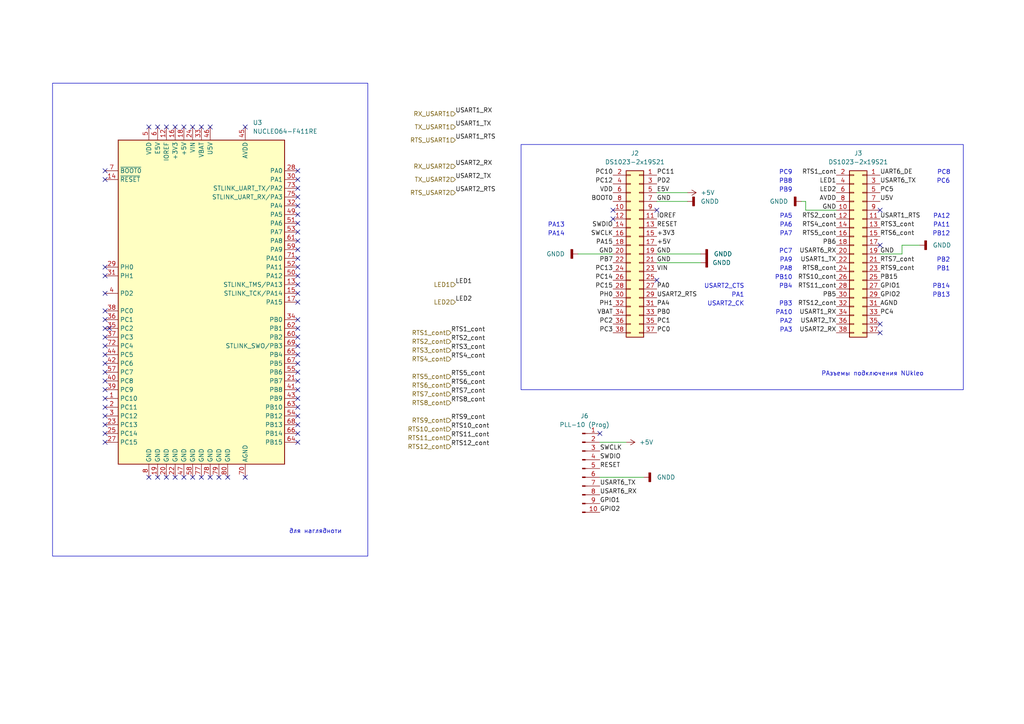
<source format=kicad_sch>
(kicad_sch (version 20230121) (generator eeschema)
  (paper "A4")
  (lib_symbols
    (symbol "Connector:Conn_01x10_Pin" (pin_names (offset 1.016) hide)
      (property "Reference" "J" (at 0 12.7 0))
      (property "Value" "Conn_01x10_Pin" (at 0 -15.24 0))
      (symbol "Conn_01x10_Pin_1_1"
        (polyline (pts (xy 1.27 -12.7) (xy 0.8636 -12.7)) (stroke (width 0.1524)))
        (polyline (pts (xy 1.27 -10.16) (xy 0.8636 -10.16)) (stroke (width 0.1524)))
        (polyline (pts (xy 1.27 -7.62) (xy 0.8636 -7.62)) (stroke (width 0.1524)))
        (polyline (pts (xy 1.27 -5.08) (xy 0.8636 -5.08)) (stroke (width 0.1524)))
        (polyline (pts (xy 1.27 -2.54) (xy 0.8636 -2.54)) (stroke (width 0.1524)))
        (polyline (pts (xy 1.27 0) (xy 0.8636 0)) (stroke (width 0.1524)))
        (polyline (pts (xy 1.27 2.54) (xy 0.8636 2.54)) (stroke (width 0.1524)))
        (polyline (pts (xy 1.27 5.08) (xy 0.8636 5.08)) (stroke (width 0.1524)))
        (polyline (pts (xy 1.27 7.62) (xy 0.8636 7.62)) (stroke (width 0.1524)))
        (polyline (pts (xy 1.27 10.16) (xy 0.8636 10.16)) (stroke (width 0.1524)))
        (rectangle (start 0.8636 -12.573) (end 0 -12.827) (stroke (width 0.1524)) (fill (type outline)))
        (rectangle (start 0.8636 -10.033) (end 0 -10.287) (stroke (width 0.1524)) (fill (type outline)))
        (rectangle (start 0.8636 -7.493) (end 0 -7.747) (stroke (width 0.1524)) (fill (type outline)))
        (rectangle (start 0.8636 -4.953) (end 0 -5.207) (stroke (width 0.1524)) (fill (type outline)))
        (rectangle (start 0.8636 -2.413) (end 0 -2.667) (stroke (width 0.1524)) (fill (type outline)))
        (rectangle (start 0.8636 0.127) (end 0 -0.127) (stroke (width 0.1524)) (fill (type outline)))
        (rectangle (start 0.8636 2.667) (end 0 2.413) (stroke (width 0.1524)) (fill (type outline)))
        (rectangle (start 0.8636 5.207) (end 0 4.953) (stroke (width 0.1524)) (fill (type outline)))
        (rectangle (start 0.8636 7.747) (end 0 7.493) (stroke (width 0.1524)) (fill (type outline)))
        (rectangle (start 0.8636 10.287) (end 0 10.033) (stroke (width 0.1524)) (fill (type outline)))
        (pin passive line (at 5.08 10.16 180) (length 3.81) (name "Pin_1") (number "1"))
        (pin passive line (at 5.08 -12.7 180) (length 3.81) (name "Pin_10") (number "10"))
        (pin passive line (at 5.08 7.62 180) (length 3.81) (name "Pin_2") (number "2"))
        (pin passive line (at 5.08 5.08 180) (length 3.81) (name "Pin_3") (number "3"))
        (pin passive line (at 5.08 2.54 180) (length 3.81) (name "Pin_4") (number "4"))
        (pin passive line (at 5.08 0 180) (length 3.81) (name "Pin_5") (number "5"))
        (pin passive line (at 5.08 -2.54 180) (length 3.81) (name "Pin_6") (number "6"))
        (pin passive line (at 5.08 -5.08 180) (length 3.81) (name "Pin_7") (number "7"))
        (pin passive line (at 5.08 -7.62 180) (length 3.81) (name "Pin_8") (number "8"))
        (pin passive line (at 5.08 -10.16 180) (length 3.81) (name "Pin_9") (number "9"))
      )
    )
    (symbol "Connector_Generic:Conn_02x19_Odd_Even" (pin_names (offset 1.016) hide)
      (property "Reference" "J" (at 1.27 25.4 0))
      (property "Value" "Conn_02x19_Odd_Even" (at 1.27 -25.4 0))
      (symbol "Conn_02x19_Odd_Even_1_1"
        (rectangle (start -1.27 -22.733) (end 0 -22.987) (stroke (width 0.1524)))
        (rectangle (start -1.27 -20.193) (end 0 -20.447) (stroke (width 0.1524)))
        (rectangle (start -1.27 -17.653) (end 0 -17.907) (stroke (width 0.1524)))
        (rectangle (start -1.27 -15.113) (end 0 -15.367) (stroke (width 0.1524)))
        (rectangle (start -1.27 -12.573) (end 0 -12.827) (stroke (width 0.1524)))
        (rectangle (start -1.27 -10.033) (end 0 -10.287) (stroke (width 0.1524)))
        (rectangle (start -1.27 -7.493) (end 0 -7.747) (stroke (width 0.1524)))
        (rectangle (start -1.27 -4.953) (end 0 -5.207) (stroke (width 0.1524)))
        (rectangle (start -1.27 -2.413) (end 0 -2.667) (stroke (width 0.1524)))
        (rectangle (start -1.27 0.127) (end 0 -0.127) (stroke (width 0.1524)))
        (rectangle (start -1.27 2.667) (end 0 2.413) (stroke (width 0.1524)))
        (rectangle (start -1.27 5.207) (end 0 4.953) (stroke (width 0.1524)))
        (rectangle (start -1.27 7.747) (end 0 7.493) (stroke (width 0.1524)))
        (rectangle (start -1.27 10.287) (end 0 10.033) (stroke (width 0.1524)))
        (rectangle (start -1.27 12.827) (end 0 12.573) (stroke (width 0.1524)))
        (rectangle (start -1.27 15.367) (end 0 15.113) (stroke (width 0.1524)))
        (rectangle (start -1.27 17.907) (end 0 17.653) (stroke (width 0.1524)))
        (rectangle (start -1.27 20.447) (end 0 20.193) (stroke (width 0.1524)))
        (rectangle (start -1.27 22.987) (end 0 22.733) (stroke (width 0.1524)))
        (rectangle (start -1.27 24.13) (end 3.81 -24.13) (stroke (width 0.254)) (fill (type background)))
        (rectangle (start 3.81 -22.733) (end 2.54 -22.987) (stroke (width 0.1524)))
        (rectangle (start 3.81 -20.193) (end 2.54 -20.447) (stroke (width 0.1524)))
        (rectangle (start 3.81 -17.653) (end 2.54 -17.907) (stroke (width 0.1524)))
        (rectangle (start 3.81 -15.113) (end 2.54 -15.367) (stroke (width 0.1524)))
        (rectangle (start 3.81 -12.573) (end 2.54 -12.827) (stroke (width 0.1524)))
        (rectangle (start 3.81 -10.033) (end 2.54 -10.287) (stroke (width 0.1524)))
        (rectangle (start 3.81 -7.493) (end 2.54 -7.747) (stroke (width 0.1524)))
        (rectangle (start 3.81 -4.953) (end 2.54 -5.207) (stroke (width 0.1524)))
        (rectangle (start 3.81 -2.413) (end 2.54 -2.667) (stroke (width 0.1524)))
        (rectangle (start 3.81 0.127) (end 2.54 -0.127) (stroke (width 0.1524)))
        (rectangle (start 3.81 2.667) (end 2.54 2.413) (stroke (width 0.1524)))
        (rectangle (start 3.81 5.207) (end 2.54 4.953) (stroke (width 0.1524)))
        (rectangle (start 3.81 7.747) (end 2.54 7.493) (stroke (width 0.1524)))
        (rectangle (start 3.81 10.287) (end 2.54 10.033) (stroke (width 0.1524)))
        (rectangle (start 3.81 12.827) (end 2.54 12.573) (stroke (width 0.1524)))
        (rectangle (start 3.81 15.367) (end 2.54 15.113) (stroke (width 0.1524)))
        (rectangle (start 3.81 17.907) (end 2.54 17.653) (stroke (width 0.1524)))
        (rectangle (start 3.81 20.447) (end 2.54 20.193) (stroke (width 0.1524)))
        (rectangle (start 3.81 22.987) (end 2.54 22.733) (stroke (width 0.1524)))
        (pin passive line (at -5.08 22.86 0) (length 3.81) (name "Pin_1") (number "1"))
        (pin passive line (at 7.62 12.7 180) (length 3.81) (name "Pin_10") (number "10"))
        (pin passive line (at -5.08 10.16 0) (length 3.81) (name "Pin_11") (number "11"))
        (pin passive line (at 7.62 10.16 180) (length 3.81) (name "Pin_12") (number "12"))
        (pin passive line (at -5.08 7.62 0) (length 3.81) (name "Pin_13") (number "13"))
        (pin passive line (at 7.62 7.62 180) (length 3.81) (name "Pin_14") (number "14"))
        (pin passive line (at -5.08 5.08 0) (length 3.81) (name "Pin_15") (number "15"))
        (pin passive line (at 7.62 5.08 180) (length 3.81) (name "Pin_16") (number "16"))
        (pin passive line (at -5.08 2.54 0) (length 3.81) (name "Pin_17") (number "17"))
        (pin passive line (at 7.62 2.54 180) (length 3.81) (name "Pin_18") (number "18"))
        (pin passive line (at -5.08 0 0) (length 3.81) (name "Pin_19") (number "19"))
        (pin passive line (at 7.62 22.86 180) (length 3.81) (name "Pin_2") (number "2"))
        (pin passive line (at 7.62 0 180) (length 3.81) (name "Pin_20") (number "20"))
        (pin passive line (at -5.08 -2.54 0) (length 3.81) (name "Pin_21") (number "21"))
        (pin passive line (at 7.62 -2.54 180) (length 3.81) (name "Pin_22") (number "22"))
        (pin passive line (at -5.08 -5.08 0) (length 3.81) (name "Pin_23") (number "23"))
        (pin passive line (at 7.62 -5.08 180) (length 3.81) (name "Pin_24") (number "24"))
        (pin passive line (at -5.08 -7.62 0) (length 3.81) (name "Pin_25") (number "25"))
        (pin passive line (at 7.62 -7.62 180) (length 3.81) (name "Pin_26") (number "26"))
        (pin passive line (at -5.08 -10.16 0) (length 3.81) (name "Pin_27") (number "27"))
        (pin passive line (at 7.62 -10.16 180) (length 3.81) (name "Pin_28") (number "28"))
        (pin passive line (at -5.08 -12.7 0) (length 3.81) (name "Pin_29") (number "29"))
        (pin passive line (at -5.08 20.32 0) (length 3.81) (name "Pin_3") (number "3"))
        (pin passive line (at 7.62 -12.7 180) (length 3.81) (name "Pin_30") (number "30"))
        (pin passive line (at -5.08 -15.24 0) (length 3.81) (name "Pin_31") (number "31"))
        (pin passive line (at 7.62 -15.24 180) (length 3.81) (name "Pin_32") (number "32"))
        (pin passive line (at -5.08 -17.78 0) (length 3.81) (name "Pin_33") (number "33"))
        (pin passive line (at 7.62 -17.78 180) (length 3.81) (name "Pin_34") (number "34"))
        (pin passive line (at -5.08 -20.32 0) (length 3.81) (name "Pin_35") (number "35"))
        (pin passive line (at 7.62 -20.32 180) (length 3.81) (name "Pin_36") (number "36"))
        (pin passive line (at -5.08 -22.86 0) (length 3.81) (name "Pin_37") (number "37"))
        (pin passive line (at 7.62 -22.86 180) (length 3.81) (name "Pin_38") (number "38"))
        (pin passive line (at 7.62 20.32 180) (length 3.81) (name "Pin_4") (number "4"))
        (pin passive line (at -5.08 17.78 0) (length 3.81) (name "Pin_5") (number "5"))
        (pin passive line (at 7.62 17.78 180) (length 3.81) (name "Pin_6") (number "6"))
        (pin passive line (at -5.08 15.24 0) (length 3.81) (name "Pin_7") (number "7"))
        (pin passive line (at 7.62 15.24 180) (length 3.81) (name "Pin_8") (number "8"))
        (pin passive line (at -5.08 12.7 0) (length 3.81) (name "Pin_9") (number "9"))
      )
    )
    (symbol "MCU_Module:NUCLEO64-F411RE"
      (property "Reference" "U" (at -17.78 50.165 0))
      (property "Value" "NUCLEO64-F411RE" (at -17.78 48.26 0))
      (symbol "NUCLEO64-F411RE_0_1"
        (rectangle (start -24.13 -46.99) (end 24.13 46.99) (stroke (width 0.254)) (fill (type background)))
      )
      (symbol "NUCLEO64-F411RE_1_1"
        (pin bidirectional line (at -27.94 -27.94 0) (length 3.81) (name "PC10") (number "1"))
        (pin no_connect line (at -24.13 20.32 0) (length 3.81) hide (name "NC") (number "10"))
        (pin no_connect line (at -24.13 15.24 0) (length 3.81) hide (name "NC") (number "11"))
        (pin power_in line (at -10.16 50.8 270) (length 3.81) (name "IOREF") (number "12"))
        (pin bidirectional line (at 27.94 5.08 180) (length 3.81) (name "STLINK_TMS/PA13") (number "13"))
        (pin input line (at -27.94 35.56 0) (length 3.81) (name "~{RESET}") (number "14"))
        (pin bidirectional line (at 27.94 2.54 180) (length 3.81) (name "STLINK_TCK/PA14") (number "15"))
        (pin power_in line (at -7.62 50.8 270) (length 3.81) (name "+3V3") (number "16"))
        (pin bidirectional line (at 27.94 0 180) (length 3.81) (name "PA15") (number "17"))
        (pin power_in line (at -5.08 50.8 270) (length 3.81) (name "+5V") (number "18"))
        (pin power_in line (at -12.7 -50.8 90) (length 3.81) (name "GND") (number "19"))
        (pin bidirectional line (at -27.94 -30.48 0) (length 3.81) (name "PC11") (number "2"))
        (pin power_in line (at -10.16 -50.8 90) (length 3.81) (name "GND") (number "20"))
        (pin bidirectional line (at 27.94 -22.86 180) (length 3.81) (name "PB7") (number "21"))
        (pin power_in line (at -7.62 -50.8 90) (length 3.81) (name "GND") (number "22"))
        (pin bidirectional line (at -27.94 -35.56 0) (length 3.81) (name "PC13") (number "23"))
        (pin power_in line (at -2.54 50.8 270) (length 3.81) (name "VIN") (number "24"))
        (pin bidirectional line (at -27.94 -38.1 0) (length 3.81) (name "PC14") (number "25"))
        (pin no_connect line (at -24.13 22.86 0) (length 3.81) hide (name "NC") (number "26"))
        (pin bidirectional line (at -27.94 -40.64 0) (length 3.81) (name "PC15") (number "27"))
        (pin bidirectional line (at 27.94 38.1 180) (length 3.81) (name "PA0") (number "28"))
        (pin bidirectional line (at -27.94 10.16 0) (length 3.81) (name "PH0") (number "29"))
        (pin bidirectional line (at -27.94 -33.02 0) (length 3.81) (name "PC12") (number "3"))
        (pin bidirectional line (at 27.94 35.56 180) (length 3.81) (name "PA1") (number "30"))
        (pin bidirectional line (at -27.94 7.62 0) (length 3.81) (name "PH1") (number "31"))
        (pin bidirectional line (at 27.94 27.94 180) (length 3.81) (name "PA4") (number "32"))
        (pin power_in line (at 0 50.8 270) (length 3.81) (name "VBAT") (number "33"))
        (pin bidirectional line (at 27.94 -5.08 180) (length 3.81) (name "PB0") (number "34"))
        (pin bidirectional line (at -27.94 -7.62 0) (length 3.81) (name "PC2") (number "35"))
        (pin bidirectional line (at -27.94 -5.08 0) (length 3.81) (name "PC1") (number "36"))
        (pin bidirectional line (at -27.94 -10.16 0) (length 3.81) (name "PC3") (number "37"))
        (pin bidirectional line (at -27.94 -2.54 0) (length 3.81) (name "PC0") (number "38"))
        (pin bidirectional line (at -27.94 -25.4 0) (length 3.81) (name "PC9") (number "39"))
        (pin bidirectional line (at -27.94 2.54 0) (length 3.81) (name "PD2") (number "4"))
        (pin bidirectional line (at -27.94 -22.86 0) (length 3.81) (name "PC8") (number "40"))
        (pin bidirectional line (at 27.94 -25.4 180) (length 3.81) (name "PB8") (number "41"))
        (pin bidirectional line (at -27.94 -17.78 0) (length 3.81) (name "PC6") (number "42"))
        (pin bidirectional line (at 27.94 -27.94 180) (length 3.81) (name "PB9") (number "43"))
        (pin bidirectional line (at -27.94 -15.24 0) (length 3.81) (name "PC5") (number "44"))
        (pin power_in line (at 12.7 50.8 270) (length 3.81) (name "AVDD") (number "45"))
        (pin power_in line (at 2.54 50.8 270) (length 3.81) (name "U5V") (number "46"))
        (pin power_in line (at -5.08 -50.8 90) (length 3.81) (name "GND") (number "47"))
        (pin no_connect line (at -24.13 25.4 0) (length 3.81) hide (name "NC") (number "48"))
        (pin bidirectional line (at 27.94 25.4 180) (length 3.81) (name "PA5") (number "49"))
        (pin power_in line (at -15.24 50.8 270) (length 3.81) (name "VDD") (number "5"))
        (pin bidirectional line (at 27.94 7.62 180) (length 3.81) (name "PA12") (number "50"))
        (pin bidirectional line (at 27.94 22.86 180) (length 3.81) (name "PA6") (number "51"))
        (pin bidirectional line (at 27.94 10.16 180) (length 3.81) (name "PA11") (number "52"))
        (pin bidirectional line (at 27.94 20.32 180) (length 3.81) (name "PA7") (number "53"))
        (pin bidirectional line (at 27.94 -33.02 180) (length 3.81) (name "PB12") (number "54"))
        (pin bidirectional line (at 27.94 -20.32 180) (length 3.81) (name "PB6") (number "55"))
        (pin no_connect line (at -24.13 33.02 0) (length 3.81) hide (name "NC") (number "56"))
        (pin bidirectional line (at -27.94 -20.32 0) (length 3.81) (name "PC7") (number "57"))
        (pin power_in line (at -2.54 -50.8 90) (length 3.81) (name "GND") (number "58"))
        (pin bidirectional line (at 27.94 15.24 180) (length 3.81) (name "PA9") (number "59"))
        (pin power_in line (at -12.7 50.8 270) (length 3.81) (name "E5V") (number "6"))
        (pin bidirectional line (at 27.94 -10.16 180) (length 3.81) (name "PB2") (number "60"))
        (pin bidirectional line (at 27.94 17.78 180) (length 3.81) (name "PA8") (number "61"))
        (pin bidirectional line (at 27.94 -7.62 180) (length 3.81) (name "PB1") (number "62"))
        (pin bidirectional line (at 27.94 -30.48 180) (length 3.81) (name "PB10") (number "63"))
        (pin bidirectional line (at 27.94 -40.64 180) (length 3.81) (name "PB15") (number "64"))
        (pin bidirectional line (at 27.94 -15.24 180) (length 3.81) (name "PB4") (number "65"))
        (pin bidirectional line (at 27.94 -38.1 180) (length 3.81) (name "PB14") (number "66"))
        (pin bidirectional line (at 27.94 -17.78 180) (length 3.81) (name "PB5") (number "67"))
        (pin bidirectional line (at 27.94 -35.56 180) (length 3.81) (name "PB13") (number "68"))
        (pin bidirectional line (at 27.94 -12.7 180) (length 3.81) (name "STLINK_SWO/PB3") (number "69"))
        (pin input line (at -27.94 38.1 0) (length 3.81) (name "~{BOOT0}") (number "7"))
        (pin power_in line (at 12.7 -50.8 90) (length 3.81) (name "AGND") (number "70"))
        (pin bidirectional line (at 27.94 12.7 180) (length 3.81) (name "PA10") (number "71"))
        (pin bidirectional line (at -27.94 -12.7 0) (length 3.81) (name "PC4") (number "72"))
        (pin bidirectional line (at 27.94 33.02 180) (length 3.81) (name "STLINK_UART_TX/PA2") (number "73"))
        (pin no_connect line (at -24.13 30.48 0) (length 3.81) hide (name "NC") (number "74"))
        (pin bidirectional line (at 27.94 30.48 180) (length 3.81) (name "STLINK_UART_RX/PA3") (number "75"))
        (pin no_connect line (at -24.13 27.94 0) (length 3.81) hide (name "NC") (number "76"))
        (pin power_in line (at 0 -50.8 90) (length 3.81) (name "GND") (number "77"))
        (pin power_in line (at 2.54 -50.8 90) (length 3.81) (name "GND") (number "78"))
        (pin power_in line (at 5.08 -50.8 90) (length 3.81) (name "GND") (number "79"))
        (pin power_in line (at -15.24 -50.8 90) (length 3.81) (name "GND") (number "8"))
        (pin power_in line (at 7.62 -50.8 90) (length 3.81) (name "GND") (number "80"))
        (pin no_connect line (at -24.13 17.78 0) (length 3.81) hide (name "NC") (number "9"))
      )
    )
    (symbol "PCM_4ms_Power-symbol:+5V" (power) (pin_numbers hide) (pin_names (offset 0) hide)
      (property "Value" "+5V" (at 0 3.556 0))
      (symbol "+5V_0_1"
        (polyline (pts (xy -0.762 1.27) (xy 0 2.54)))
        (polyline (pts (xy 0 0) (xy 0 2.54)))
        (polyline (pts (xy 0 2.54) (xy 0.762 1.27)))
      )
      (symbol "+5V_1_1"
        (pin power_in line (at 0 0 90) (length 0) hide (name "+5V") (number "1"))
      )
    )
    (symbol "power:GNDD" (power) (pin_numbers hide) (pin_names (offset 0) hide)
      (property "Value" "GNDD" (at 0 -3.175 0))
      (symbol "GNDD_0_1"
        (rectangle (start -1.27 -1.524) (end 1.27 -2.032) (stroke (width 0.254)) (fill (type outline)))
        (polyline (pts (xy 0 0) (xy 0 -1.524)))
      )
      (symbol "GNDD_1_1"
        (pin power_in line (at 0 0 270) (length 0) hide (name "GNDD") (number "1"))
      )
    )
  )
  (no_connect (at 86.36 120.65))
  (no_connect (at 255.27 93.98))
  (no_connect (at 190.5 81.28))
  (no_connect (at 30.48 115.57))
  (no_connect (at 30.48 49.53))
  (no_connect (at 255.27 96.52))
  (no_connect (at 86.36 118.11))
  (no_connect (at 30.48 105.41))
  (no_connect (at 86.36 67.31))
  (no_connect (at 30.48 97.79))
  (no_connect (at 86.36 87.63))
  (no_connect (at 50.8 36.83))
  (no_connect (at 86.36 72.39))
  (no_connect (at 30.48 107.95))
  (no_connect (at 86.36 113.03))
  (no_connect (at 60.96 36.83))
  (no_connect (at 86.36 57.15))
  (no_connect (at 86.36 64.77))
  (no_connect (at 55.88 138.43))
  (no_connect (at 45.72 138.43))
  (no_connect (at 50.8 138.43))
  (no_connect (at 30.48 52.07))
  (no_connect (at 48.26 138.43))
  (no_connect (at 86.36 82.55))
  (no_connect (at 86.36 74.93))
  (no_connect (at 48.26 36.83))
  (no_connect (at 55.88 36.83))
  (no_connect (at 45.72 36.83))
  (no_connect (at 86.36 59.69))
  (no_connect (at 43.18 36.83))
  (no_connect (at 63.5 138.43))
  (no_connect (at 53.34 36.83))
  (no_connect (at 177.8 63.5))
  (no_connect (at 30.48 80.01))
  (no_connect (at 30.48 77.47))
  (no_connect (at 177.8 60.96))
  (no_connect (at 86.36 102.87))
  (no_connect (at 30.48 90.17))
  (no_connect (at 255.27 71.12))
  (no_connect (at 30.48 110.49))
  (no_connect (at 86.36 123.19))
  (no_connect (at 43.18 138.43))
  (no_connect (at 53.34 138.43))
  (no_connect (at 31.75 95.25))
  (no_connect (at 86.36 95.25))
  (no_connect (at 86.36 115.57))
  (no_connect (at 60.96 138.43))
  (no_connect (at 30.48 100.33))
  (no_connect (at 58.42 138.43))
  (no_connect (at 173.99 125.73))
  (no_connect (at 71.12 138.43))
  (no_connect (at 86.36 62.23))
  (no_connect (at 86.36 107.95))
  (no_connect (at 86.36 49.53))
  (no_connect (at 30.48 102.87))
  (no_connect (at 86.36 110.49))
  (no_connect (at 86.36 105.41))
  (no_connect (at 86.36 52.07))
  (no_connect (at 30.48 120.65))
  (no_connect (at 30.48 123.19))
  (no_connect (at 71.12 36.83))
  (no_connect (at 86.36 69.85))
  (no_connect (at 86.36 85.09))
  (no_connect (at 30.48 113.03))
  (no_connect (at 86.36 77.47))
  (no_connect (at 86.36 100.33))
  (no_connect (at 86.36 128.27))
  (no_connect (at 58.42 36.83))
  (no_connect (at 86.36 125.73))
  (no_connect (at 86.36 97.79))
  (no_connect (at 255.27 60.96))
  (no_connect (at 30.48 85.09))
  (no_connect (at 30.48 125.73))
  (no_connect (at 30.48 95.25))
  (no_connect (at 190.5 60.96))
  (no_connect (at 86.36 80.01))
  (no_connect (at 86.36 92.71))
  (no_connect (at 30.48 118.11))
  (no_connect (at 30.48 92.71))
  (no_connect (at 30.48 128.27))
  (no_connect (at 66.04 138.43))
  (no_connect (at 86.36 54.61))
  (wire (pts (xy 261.62 73.66) (xy 255.27 73.66)))
  (wire (pts (xy 233.68 60.96) (xy 242.57 60.96)))
  (wire (pts (xy 233.68 58.42) (xy 232.41 58.42)))
  (wire (pts (xy 173.99 128.27) (xy 181.61 128.27)))
  (wire (pts (xy 173.99 138.43) (xy 186.69 138.43)))
  (wire (pts (xy 266.7 71.12) (xy 261.62 71.12)))
  (wire (pts (xy 177.8 73.66) (xy 167.64 73.66)))
  (wire (pts (xy 203.2 73.66) (xy 190.5 73.66)))
  (wire (pts (xy 261.62 71.12) (xy 261.62 73.66)))
  (wire (pts (xy 199.39 58.42) (xy 190.5 58.42)))
  (wire (pts (xy 203.2 76.2) (xy 190.5 76.2)))
  (wire (pts (xy 199.39 55.88) (xy 190.5 55.88)))
  (wire (pts (xy 233.68 58.42) (xy 233.68 60.96)))
  (rectangle (start 15.24 24.13) (end 106.68 161.29))
  (rectangle (start 151.13 41.91) (end 279.4 113.03))
  (text "USART2_CK" (at 215.9 88.9 0) (effects (font (size 1.27 1.27)) (justify right bottom)))
  (text "USART2_CTS" (at 215.9 83.82 0) (effects (font (size 1.27 1.27)) (justify right bottom)))
  (text "для наглядноти" (at 83.82 154.94 0) (effects (font (size 1.27 1.27)) (justify left bottom)))
  (text "PA3" (at 229.87 96.52 0) (effects (font (size 1.27 1.27)) (justify right bottom)))
  (text "PA13" (at 163.83 66.04 0) (effects (font (size 1.27 1.27)) (justify right bottom)))
  (text "РАзъемы подключения NUkleo" (at 267.97 109.22 0) (effects (font (size 1.27 1.27)) (justify right bottom)))
  (text "PA9" (at 229.87 76.2 0) (effects (font (size 1.27 1.27)) (justify right bottom)))
  (text "PС7" (at 229.87 73.66 0) (effects (font (size 1.27 1.27)) (justify right bottom)))
  (text "PA10" (at 229.87 91.44 0) (effects (font (size 1.27 1.27)) (justify right bottom)))
  (text "PB10" (at 229.87 81.28 0) (effects (font (size 1.27 1.27)) (justify right bottom)))
  (text "PB8" (at 229.87 53.34 0) (effects (font (size 1.27 1.27)) (justify right bottom)))
  (text "PB2" (at 275.59 76.2 0) (effects (font (size 1.27 1.27)) (justify right bottom)))
  (text "PB13" (at 275.59 86.36 0) (effects (font (size 1.27 1.27)) (justify right bottom)))
  (text "PA8" (at 229.87 78.74 0) (effects (font (size 1.27 1.27)) (justify right bottom)))
  (text "PB1" (at 275.59 78.74 0) (effects (font (size 1.27 1.27)) (justify right bottom)))
  (text "PA5" (at 229.87 63.5 0) (effects (font (size 1.27 1.27)) (justify right bottom)))
  (text "PB9" (at 229.87 55.88 0) (effects (font (size 1.27 1.27)) (justify right bottom)))
  (text "PA2" (at 229.87 93.98 0) (effects (font (size 1.27 1.27)) (justify right bottom)))
  (text "PC9" (at 229.87 50.8 0) (effects (font (size 1.27 1.27)) (justify right bottom)))
  (text "PA6" (at 229.87 66.04 0) (effects (font (size 1.27 1.27)) (justify right bottom)))
  (text "PA12" (at 275.59 63.5 0) (effects (font (size 1.27 1.27)) (justify right bottom)))
  (text "PС6" (at 275.59 53.34 0) (effects (font (size 1.27 1.27)) (justify right bottom)))
  (text "PA14" (at 163.83 68.58 0) (effects (font (size 1.27 1.27)) (justify right bottom)))
  (text "PB4" (at 229.87 83.82 0) (effects (font (size 1.27 1.27)) (justify right bottom)))
  (text "PB14" (at 275.59 83.82 0) (effects (font (size 1.27 1.27)) (justify right bottom)))
  (text "PA7" (at 229.87 68.58 0) (effects (font (size 1.27 1.27)) (justify right bottom)))
  (text "PA11" (at 275.59 66.04 0) (effects (font (size 1.27 1.27)) (justify right bottom)))
  (text "PB12" (at 275.59 68.58 0) (effects (font (size 1.27 1.27)) (justify right bottom)))
  (text "PС8" (at 271.78 50.8 0) (effects (font (size 1.27 1.27)) (justify left bottom)))
  (text "PB3" (at 229.87 88.9 0) (effects (font (size 1.27 1.27)) (justify right bottom)))
  (text "PA1" (at 215.9 86.36 0) (effects (font (size 1.27 1.27)) (justify right bottom)))
  (label "PC4" (at 255.27 91.44 0))
  (label "GPIO2" (at 255.27 86.36 0))
  (label "USART6_TX" (at 173.99 140.97 0))
  (label "RTS2_cont" (at 130.81 99.06 0))
  (label "RTS12_cont" (at 130.81 129.54 0))
  (label "AVDD" (at 242.57 58.42 180))
  (label "RTS5_cont" (at 130.81 109.22 0))
  (label "USART6_TX" (at 255.27 53.34 0))
  (label "RTS5_cont" (at 242.57 68.58 180))
  (label "PH1" (at 177.8 88.9 180))
  (label "USART2_TX" (at 242.57 93.98 180))
  (label "PC13" (at 177.8 78.74 180))
  (label "PB7" (at 177.8 76.2 180))
  (label "PH0" (at 177.8 86.36 180))
  (label "USART1_TX" (at 132.08 36.83 0))
  (label "GND" (at 177.8 73.66 180))
  (label "RTS9_cont" (at 130.81 121.92 0))
  (label "GND" (at 242.57 60.96 180))
  (label "PA0" (at 190.5 83.82 0))
  (label "PD2" (at 190.5 53.34 0))
  (label "USART6_RX" (at 173.99 143.51 0))
  (label "SWCLK" (at 177.8 68.58 180))
  (label "GND" (at 190.5 73.66 0))
  (label "PB6" (at 242.57 71.12 180))
  (label "USART1_RTS" (at 255.27 63.5 0))
  (label "UART6_DE" (at 255.27 50.8 0))
  (label "RTS10_cont" (at 242.57 81.28 180))
  (label "PC0" (at 190.5 96.52 0))
  (label "RTS7_cont" (at 130.81 114.3 0))
  (label "PC3" (at 177.8 96.52 180))
  (label "RTS6_cont" (at 130.81 111.76 0))
  (label "RTS3_cont" (at 130.81 101.6 0))
  (label "RTS7_cont" (at 255.27 76.2 0))
  (label "PC10" (at 177.8 50.8 180))
  (label "GND" (at 190.5 76.2 0))
  (label "PC5" (at 255.27 55.88 0))
  (label "SWDIO" (at 177.8 66.04 180))
  (label "RTS2_cont" (at 242.57 63.5 180))
  (label "GPIO1" (at 255.27 83.82 0))
  (label "RESET" (at 190.5 66.04 0))
  (label "AGND" (at 255.27 88.9 0))
  (label "RTS1_cont" (at 242.57 50.8 180))
  (label "USART2_RTS" (at 190.5 86.36 0))
  (label "RTS10_cont" (at 130.81 124.46 0))
  (label "GPIO1" (at 173.99 146.05 0))
  (label "RTS3_cont" (at 255.27 66.04 0))
  (label "USART1_RX" (at 132.08 33.02 0))
  (label "GND" (at 255.27 73.66 0))
  (label "USART2_RX" (at 242.57 96.52 180))
  (label "USART2_RX" (at 132.08 48.26 0))
  (label "USART2_RTS" (at 132.08 55.88 0))
  (label "PA15" (at 177.8 71.12 180))
  (label "USART1_TX" (at 242.57 76.2 180))
  (label "LED1" (at 242.57 53.34 180))
  (label "RTS11_cont" (at 242.57 83.82 180))
  (label "BOOT0" (at 177.8 58.42 180))
  (label "PC15" (at 177.8 83.82 180))
  (label "RTS8_cont" (at 130.81 116.84 0))
  (label "VDD" (at 177.8 55.88 180))
  (label "SWCLK" (at 173.99 130.81 0))
  (label "VIN" (at 190.5 78.74 0))
  (label "RTS4_cont" (at 242.57 66.04 180))
  (label "RTS4_cont" (at 130.81 104.14 0))
  (label "IOREF" (at 190.5 63.5 0))
  (label "LED2" (at 132.08 87.63 0))
  (label "GND" (at 190.5 58.42 0))
  (label "PB0" (at 190.5 91.44 0))
  (label "RTS8_cont" (at 242.57 78.74 180))
  (label "PC2" (at 177.8 93.98 180))
  (label "USART6_RX" (at 242.57 73.66 180))
  (label "+3V3" (at 190.5 68.58 0))
  (label "PC12" (at 177.8 53.34 180))
  (label "RTS9_cont" (at 255.27 78.74 0))
  (label "LED1" (at 132.08 82.55 0))
  (label "E5V" (at 190.5 55.88 0))
  (label "USART1_RTS" (at 132.08 40.64 0))
  (label "PC14" (at 177.8 81.28 180))
  (label "+5V" (at 190.5 71.12 0))
  (label "RTS1_cont" (at 130.81 96.52 0))
  (label "RTS11_cont" (at 130.81 127 0))
  (label "PB15" (at 255.27 81.28 0))
  (label "LED2" (at 242.57 55.88 180))
  (label "SWDIO" (at 173.99 133.35 0))
  (label "RTS12_cont" (at 242.57 88.9 180))
  (label "USART2_TX" (at 132.08 52.07 0))
  (label "USART1_RX" (at 242.57 91.44 180))
  (label "VBAT" (at 177.8 91.44 180))
  (label "RTS6_cont" (at 255.27 68.58 0))
  (label "PB5" (at 242.57 86.36 180))
  (label "PA4" (at 190.5 88.9 0))
  (label "PC1" (at 190.5 93.98 0))
  (label "RESET" (at 173.99 135.89 0))
  (label "U5V" (at 255.27 58.42 0))
  (label "PC11" (at 190.5 50.8 0))
  (label "GPIO2" (at 173.99 148.59 0))
  (hierarchical_label "TX_USART1" (shape input) (at 132.08 36.83 180))
  (hierarchical_label "RTS12_cont" (shape input) (at 130.81 129.54 180))
  (hierarchical_label "LED1" (shape input) (at 132.08 82.55 180))
  (hierarchical_label "RTS11_cont" (shape input) (at 130.81 127 180))
  (hierarchical_label "RTS1_cont" (shape input) (at 130.81 96.52 180))
  (hierarchical_label "RTS_USART2" (shape input) (at 132.08 55.88 180))
  (hierarchical_label "RTS9_cont" (shape input) (at 130.81 121.92 180))
  (hierarchical_label "RTS2_cont" (shape input) (at 130.81 99.06 180))
  (hierarchical_label "RTS8_cont" (shape input) (at 130.81 116.84 180))
  (hierarchical_label "RTS_USART1" (shape input) (at 132.08 40.64 180))
  (hierarchical_label "RTS10_cont" (shape input) (at 130.81 124.46 180))
  (hierarchical_label "LED2" (shape input) (at 132.08 87.63 180))
  (hierarchical_label "RTS4_cont" (shape input) (at 130.81 104.14 180))
  (hierarchical_label "RTS3_cont" (shape input) (at 130.81 101.6 180))
  (hierarchical_label "RX_USART1" (shape input) (at 132.08 33.02 180))
  (hierarchical_label "RX_USART2" (shape input) (at 132.08 48.26 180))
  (hierarchical_label "RTS6_cont" (shape input) (at 130.81 111.76 180))
  (hierarchical_label "TX_USART2" (shape input) (at 132.08 52.07 180))
  (hierarchical_label "RTS7_cont" (shape input) (at 130.81 114.3 180))
  (hierarchical_label "RTS5_cont" (shape input) (at 130.81 109.22 180))
  (symbol (lib_id "power:GNDD") (at 167.64 73.66 270) (mirror x) (unit 1)
    (property "Reference" "#PWR0122" (effects hide))
    (property "Value" "GNDD" (at 163.83 73.66 90) (effects (justify right)))
    (instances (project "ПА и коммутации" (path "" (reference "#PWR0122") (unit 1))) (project "controller_board-rounded" (path "" (reference "#PWR024") (unit 1)) (path "" (reference "#PWR063") (unit 1)) (path "" (reference "#PWR075") (unit 1))) (project "Плата внешних шаговых двигателей" (path "" (reference "#PWR014") (unit 1))) (project "ИБП" (path "" (reference "#PWR0188") (unit 1)) (path "" (reference "#PWR0189") (unit 1)) (path "" (reference "#PWR0213") (unit 1))) (project "CommonControl" (path "" (reference "#PWR014") (unit 1)) (path "" (reference "#PWR0122") (unit 1))))
  )
  (symbol (lib_id "power:GNDD") (at 232.41 58.42 270) (mirror x) (unit 1)
    (property "Reference" "#PWR0122" (effects hide))
    (property "Value" "GNDD" (at 228.6 58.42 90) (effects (justify right)))
    (instances (project "ПА и коммутации" (path "" (reference "#PWR0122") (unit 1))) (project "controller_board-rounded" (path "" (reference "#PWR024") (unit 1)) (path "" (reference "#PWR063") (unit 1)) (path "" (reference "#PWR078") (unit 1))) (project "Плата внешних шаговых двигателей" (path "" (reference "#PWR014") (unit 1))) (project "ИБП" (path "" (reference "#PWR0188") (unit 1)) (path "" (reference "#PWR0189") (unit 1)) (path "" (reference "#PWR0213") (unit 1))) (project "CommonControl" (path "" (reference "#PWR014") (unit 1)) (path "" (reference "#PWR0122") (unit 1))))
  )
  (symbol (lib_id "Connector:Conn_01x10_Pin") (at 168.91 135.89 0) (unit 1)
    (property "Reference" "J6" (at 169.545 120.65 0))
    (property "Value" "PLL-10 (Prog)" (at 169.545 123.19 0))
    (property "Footprint" "Connector_PinHeader_1.27mm:PinHeader_1x10_P1.27mm_Vertical" (effects hide))
    (instances (project "controller_board-rounded" (path "" (reference "J6") (unit 1))) (project "Плата внешних шаговых двигателей" (path "" (reference "J1") (unit 1))))
  )
  (symbol (lib_id "power:GNDD") (at 203.2 76.2 90) (mirror x) (unit 1)
    (property "Reference" "#PWR0122" (effects hide))
    (property "Value" "GNDD" (at 206.6316 76.2 90) (effects (justify right)))
    (instances (project "ПА и коммутации" (path "" (reference "#PWR0122") (unit 1))) (project "controller_board-rounded" (path "" (reference "#PWR024") (unit 1)) (path "" (reference "#PWR063") (unit 1)) (path "" (reference "#PWR074") (unit 1))) (project "Плата внешних шаговых двигателей" (path "" (reference "#PWR014") (unit 1))) (project "ИБП" (path "" (reference "#PWR0188") (unit 1)) (path "" (reference "#PWR0189") (unit 1)) (path "" (reference "#PWR0213") (unit 1))) (project "CommonControl" (path "" (reference "#PWR014") (unit 1)) (path "" (reference "#PWR0122") (unit 1))))
  )
  (symbol (lib_id "Connector_Generic:Conn_02x19_Odd_Even") (at 250.19 73.66 0) (mirror y) (unit 1)
    (property "Reference" "J3" (at 248.92 44.45 0))
    (property "Value" "DS1023-2x19S21" (at 248.92 46.99 0))
    (property "Footprint" "Connector_PinSocket_2.54mm:PinSocket_2x19_P2.54mm_Vertical" (effects hide))
    (instances (project "controller_board-rounded" (path "" (reference "J3") (unit 1)) (path "" (reference "CN9") (unit 1))))
  )
  (symbol (lib_id "Connector_Generic:Conn_02x19_Odd_Even") (at 185.42 73.66 0) (mirror y) (unit 1)
    (property "Reference" "J2" (at 184.15 44.45 0))
    (property "Value" "DS1023-2x19S21" (at 184.15 46.99 0))
    (property "Footprint" "Connector_PinSocket_2.54mm:PinSocket_2x19_P2.54mm_Vertical" (effects hide))
    (instances (project "controller_board-rounded" (path "" (reference "J2") (unit 1)) (path "" (reference "CN7") (unit 1))))
  )
  (symbol (lib_id "power:GNDD") (at 203.2 73.66 90) (mirror x) (unit 1)
    (property "Reference" "#PWR0122" (effects hide))
    (property "Value" "GNDD" (at 207.01 73.66 90) (effects (justify right)))
    (instances (project "ПА и коммутации" (path "" (reference "#PWR0122") (unit 1))) (project "controller_board-rounded" (path "" (reference "#PWR024") (unit 1)) (path "" (reference "#PWR063") (unit 1)) (path "" (reference "#PWR073") (unit 1))) (project "Плата внешних шаговых двигателей" (path "" (reference "#PWR014") (unit 1))) (project "ИБП" (path "" (reference "#PWR0188") (unit 1)) (path "" (reference "#PWR0189") (unit 1)) (path "" (reference "#PWR0213") (unit 1))) (project "CommonControl" (path "" (reference "#PWR014") (unit 1)) (path "" (reference "#PWR0122") (unit 1))))
  )
  (symbol (lib_id "power:GNDD") (at 199.39 58.42 90) (mirror x) (unit 1)
    (property "Reference" "#PWR0122" (effects hide))
    (property "Value" "GNDD" (at 203.2 58.42 90) (effects (justify right)))
    (instances (project "ПА и коммутации" (path "" (reference "#PWR0122") (unit 1))) (project "controller_board-rounded" (path "" (reference "#PWR024") (unit 1)) (path "" (reference "#PWR063") (unit 1)) (path "" (reference "#PWR076") (unit 1))) (project "Плата внешних шаговых двигателей" (path "" (reference "#PWR014") (unit 1))) (project "ИБП" (path "" (reference "#PWR0188") (unit 1)) (path "" (reference "#PWR0189") (unit 1)) (path "" (reference "#PWR0213") (unit 1))) (project "CommonControl" (path "" (reference "#PWR014") (unit 1)) (path "" (reference "#PWR0122") (unit 1))))
  )
  (symbol (lib_id "power:GNDD") (at 186.69 138.43 90) (unit 1)
    (property "Reference" "#PWR094" (effects hide))
    (property "Value" "GNDD" (at 190.5 138.43 90) (effects (justify right)))
    (instances (project "controller_board-rounded" (path "" (reference "#PWR094") (unit 1))) (project "Плата внешних шаговых двигателей" (path "" (reference "#PWR0110") (unit 1))))
  )
  (symbol (lib_id "power:GNDD") (at 266.7 71.12 90) (mirror x) (unit 1)
    (property "Reference" "#PWR0122" (effects hide))
    (property "Value" "GNDD" (at 270.51 71.12 90) (effects (justify right)))
    (instances (project "ПА и коммутации" (path "" (reference "#PWR0122") (unit 1))) (project "controller_board-rounded" (path "" (reference "#PWR024") (unit 1)) (path "" (reference "#PWR063") (unit 1)) (path "" (reference "#PWR077") (unit 1))) (project "Плата внешних шаговых двигателей" (path "" (reference "#PWR014") (unit 1))) (project "ИБП" (path "" (reference "#PWR0188") (unit 1)) (path "" (reference "#PWR0189") (unit 1)) (path "" (reference "#PWR0213") (unit 1))) (project "CommonControl" (path "" (reference "#PWR014") (unit 1)) (path "" (reference "#PWR0122") (unit 1))))
  )
  (symbol (lib_id "MCU_Module:NUCLEO64-F411RE") (at 58.42 87.63 0) (unit 1)
    (property "Reference" "U3" (at 73.3141 35.56 0) (effects (justify left)))
    (property "Value" "NUCLEO64-F411RE" (at 73.3141 38.1 0) (effects (justify left)))
    (property "Footprint" "Module:NUCLEO-F411RE" (effects hide))
    (property "Datasheet" "http://www.st.com/st-web-ui/static/active/en/resource/technical/document/data_brief/DM00105918.pdf" (effects hide))
  )
  (symbol (lib_id "PCM_4ms_Power-symbol:+5V") (at 199.39 55.88 270) (mirror x) (unit 1)
    (property "Reference" "#PWR04" (effects hide))
    (property "Value" "+5V" (at 203.2 55.88 90) (effects (justify left)))
    (instances (project "controller_board-rounded" (path "" (reference "#PWR04") (unit 1)) (path "" (reference "#PWR072") (unit 1))))
  )
  (symbol (lib_id "PCM_4ms_Power-symbol:+5V") (at 181.61 128.27 270) (mirror x) (unit 1)
    (property "Reference" "#PWR04" (effects hide))
    (property "Value" "+5V" (at 185.42 128.27 90) (effects (justify left)))
    (instances (project "controller_board-rounded" (path "" (reference "#PWR04") (unit 1)) (path "" (reference "#PWR090") (unit 1))))
  )
)
</source>
